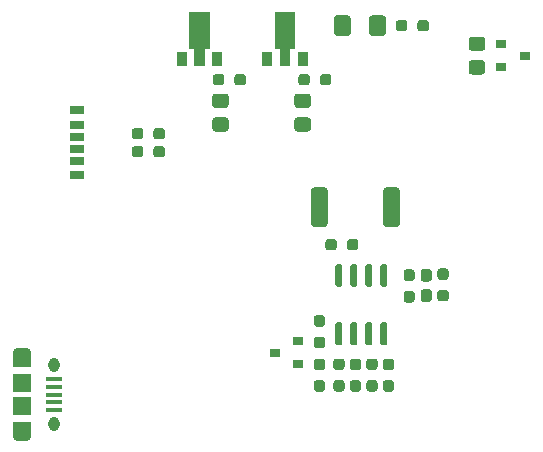
<source format=gbr>
%TF.GenerationSoftware,KiCad,Pcbnew,(5.1.9)-1*%
%TF.CreationDate,2021-04-23T16:32:12+08:00*%
%TF.ProjectId,DC-Load-Analog,44432d4c-6f61-4642-9d41-6e616c6f672e,rev?*%
%TF.SameCoordinates,Original*%
%TF.FileFunction,Paste,Top*%
%TF.FilePolarity,Positive*%
%FSLAX46Y46*%
G04 Gerber Fmt 4.6, Leading zero omitted, Abs format (unit mm)*
G04 Created by KiCad (PCBNEW (5.1.9)-1) date 2021-04-23 16:32:12*
%MOMM*%
%LPD*%
G01*
G04 APERTURE LIST*
%ADD10C,0.100000*%
%ADD11R,0.900000X1.300000*%
%ADD12R,0.900000X0.800000*%
%ADD13O,0.950000X1.250000*%
%ADD14R,1.550000X1.200000*%
%ADD15O,1.550000X0.890000*%
%ADD16R,1.550000X1.500000*%
%ADD17R,1.350000X0.400000*%
%ADD18R,1.200000X0.700000*%
%ADD19R,1.200000X0.760000*%
%ADD20R,1.200000X0.800000*%
G04 APERTURE END LIST*
%TO.C,R6*%
G36*
G01*
X148225500Y-89198000D02*
X148700500Y-89198000D01*
G75*
G02*
X148938000Y-89435500I0J-237500D01*
G01*
X148938000Y-89935500D01*
G75*
G02*
X148700500Y-90173000I-237500J0D01*
G01*
X148225500Y-90173000D01*
G75*
G02*
X147988000Y-89935500I0J237500D01*
G01*
X147988000Y-89435500D01*
G75*
G02*
X148225500Y-89198000I237500J0D01*
G01*
G37*
G36*
G01*
X148225500Y-87373000D02*
X148700500Y-87373000D01*
G75*
G02*
X148938000Y-87610500I0J-237500D01*
G01*
X148938000Y-88110500D01*
G75*
G02*
X148700500Y-88348000I-237500J0D01*
G01*
X148225500Y-88348000D01*
G75*
G02*
X147988000Y-88110500I0J237500D01*
G01*
X147988000Y-87610500D01*
G75*
G02*
X148225500Y-87373000I237500J0D01*
G01*
G37*
%TD*%
%TO.C,R1*%
G36*
G01*
X138880001Y-66148000D02*
X137979999Y-66148000D01*
G75*
G02*
X137730000Y-65898001I0J249999D01*
G01*
X137730000Y-65197999D01*
G75*
G02*
X137979999Y-64948000I249999J0D01*
G01*
X138880001Y-64948000D01*
G75*
G02*
X139130000Y-65197999I0J-249999D01*
G01*
X139130000Y-65898001D01*
G75*
G02*
X138880001Y-66148000I-249999J0D01*
G01*
G37*
G36*
G01*
X138880001Y-68148000D02*
X137979999Y-68148000D01*
G75*
G02*
X137730000Y-67898001I0J249999D01*
G01*
X137730000Y-67197999D01*
G75*
G02*
X137979999Y-66948000I249999J0D01*
G01*
X138880001Y-66948000D01*
G75*
G02*
X139130000Y-67197999I0J-249999D01*
G01*
X139130000Y-67898001D01*
G75*
G02*
X138880001Y-68148000I-249999J0D01*
G01*
G37*
%TD*%
D10*
%TO.C,U4*%
G36*
X144757500Y-58025000D02*
G01*
X144757500Y-61150000D01*
X144341000Y-61150000D01*
X144341000Y-62625000D01*
X143441000Y-62625000D01*
X143441000Y-61150000D01*
X143024500Y-61150000D01*
X143024500Y-58025000D01*
X144757500Y-58025000D01*
G37*
D11*
X145391000Y-61975000D03*
X142391000Y-61975000D03*
%TD*%
D10*
%TO.C,U3*%
G36*
X137518500Y-58025000D02*
G01*
X137518500Y-61150000D01*
X137102000Y-61150000D01*
X137102000Y-62625000D01*
X136202000Y-62625000D01*
X136202000Y-61150000D01*
X135785500Y-61150000D01*
X135785500Y-58025000D01*
X137518500Y-58025000D01*
G37*
D11*
X138152000Y-61975000D03*
X135152000Y-61975000D03*
%TD*%
D12*
%TO.C,U2*%
X143018000Y-86868000D03*
X145018000Y-85918000D03*
X145018000Y-87818000D03*
%TD*%
%TO.C,U1*%
G36*
G01*
X152123000Y-84304000D02*
X152423000Y-84304000D01*
G75*
G02*
X152573000Y-84454000I0J-150000D01*
G01*
X152573000Y-86104000D01*
G75*
G02*
X152423000Y-86254000I-150000J0D01*
G01*
X152123000Y-86254000D01*
G75*
G02*
X151973000Y-86104000I0J150000D01*
G01*
X151973000Y-84454000D01*
G75*
G02*
X152123000Y-84304000I150000J0D01*
G01*
G37*
G36*
G01*
X150853000Y-84304000D02*
X151153000Y-84304000D01*
G75*
G02*
X151303000Y-84454000I0J-150000D01*
G01*
X151303000Y-86104000D01*
G75*
G02*
X151153000Y-86254000I-150000J0D01*
G01*
X150853000Y-86254000D01*
G75*
G02*
X150703000Y-86104000I0J150000D01*
G01*
X150703000Y-84454000D01*
G75*
G02*
X150853000Y-84304000I150000J0D01*
G01*
G37*
G36*
G01*
X149583000Y-84304000D02*
X149883000Y-84304000D01*
G75*
G02*
X150033000Y-84454000I0J-150000D01*
G01*
X150033000Y-86104000D01*
G75*
G02*
X149883000Y-86254000I-150000J0D01*
G01*
X149583000Y-86254000D01*
G75*
G02*
X149433000Y-86104000I0J150000D01*
G01*
X149433000Y-84454000D01*
G75*
G02*
X149583000Y-84304000I150000J0D01*
G01*
G37*
G36*
G01*
X148313000Y-84304000D02*
X148613000Y-84304000D01*
G75*
G02*
X148763000Y-84454000I0J-150000D01*
G01*
X148763000Y-86104000D01*
G75*
G02*
X148613000Y-86254000I-150000J0D01*
G01*
X148313000Y-86254000D01*
G75*
G02*
X148163000Y-86104000I0J150000D01*
G01*
X148163000Y-84454000D01*
G75*
G02*
X148313000Y-84304000I150000J0D01*
G01*
G37*
G36*
G01*
X148313000Y-79354000D02*
X148613000Y-79354000D01*
G75*
G02*
X148763000Y-79504000I0J-150000D01*
G01*
X148763000Y-81154000D01*
G75*
G02*
X148613000Y-81304000I-150000J0D01*
G01*
X148313000Y-81304000D01*
G75*
G02*
X148163000Y-81154000I0J150000D01*
G01*
X148163000Y-79504000D01*
G75*
G02*
X148313000Y-79354000I150000J0D01*
G01*
G37*
G36*
G01*
X149583000Y-79354000D02*
X149883000Y-79354000D01*
G75*
G02*
X150033000Y-79504000I0J-150000D01*
G01*
X150033000Y-81154000D01*
G75*
G02*
X149883000Y-81304000I-150000J0D01*
G01*
X149583000Y-81304000D01*
G75*
G02*
X149433000Y-81154000I0J150000D01*
G01*
X149433000Y-79504000D01*
G75*
G02*
X149583000Y-79354000I150000J0D01*
G01*
G37*
G36*
G01*
X150853000Y-79354000D02*
X151153000Y-79354000D01*
G75*
G02*
X151303000Y-79504000I0J-150000D01*
G01*
X151303000Y-81154000D01*
G75*
G02*
X151153000Y-81304000I-150000J0D01*
G01*
X150853000Y-81304000D01*
G75*
G02*
X150703000Y-81154000I0J150000D01*
G01*
X150703000Y-79504000D01*
G75*
G02*
X150853000Y-79354000I150000J0D01*
G01*
G37*
G36*
G01*
X152123000Y-79354000D02*
X152423000Y-79354000D01*
G75*
G02*
X152573000Y-79504000I0J-150000D01*
G01*
X152573000Y-81154000D01*
G75*
G02*
X152423000Y-81304000I-150000J0D01*
G01*
X152123000Y-81304000D01*
G75*
G02*
X151973000Y-81154000I0J150000D01*
G01*
X151973000Y-79504000D01*
G75*
G02*
X152123000Y-79354000I150000J0D01*
G01*
G37*
%TD*%
%TO.C,R14*%
G36*
G01*
X131909000Y-69612500D02*
X131909000Y-70087500D01*
G75*
G02*
X131671500Y-70325000I-237500J0D01*
G01*
X131171500Y-70325000D01*
G75*
G02*
X130934000Y-70087500I0J237500D01*
G01*
X130934000Y-69612500D01*
G75*
G02*
X131171500Y-69375000I237500J0D01*
G01*
X131671500Y-69375000D01*
G75*
G02*
X131909000Y-69612500I0J-237500D01*
G01*
G37*
G36*
G01*
X133734000Y-69612500D02*
X133734000Y-70087500D01*
G75*
G02*
X133496500Y-70325000I-237500J0D01*
G01*
X132996500Y-70325000D01*
G75*
G02*
X132759000Y-70087500I0J237500D01*
G01*
X132759000Y-69612500D01*
G75*
G02*
X132996500Y-69375000I237500J0D01*
G01*
X133496500Y-69375000D01*
G75*
G02*
X133734000Y-69612500I0J-237500D01*
G01*
G37*
%TD*%
%TO.C,R13*%
G36*
G01*
X131909000Y-68088500D02*
X131909000Y-68563500D01*
G75*
G02*
X131671500Y-68801000I-237500J0D01*
G01*
X131171500Y-68801000D01*
G75*
G02*
X130934000Y-68563500I0J237500D01*
G01*
X130934000Y-68088500D01*
G75*
G02*
X131171500Y-67851000I237500J0D01*
G01*
X131671500Y-67851000D01*
G75*
G02*
X131909000Y-68088500I0J-237500D01*
G01*
G37*
G36*
G01*
X133734000Y-68088500D02*
X133734000Y-68563500D01*
G75*
G02*
X133496500Y-68801000I-237500J0D01*
G01*
X132996500Y-68801000D01*
G75*
G02*
X132759000Y-68563500I0J237500D01*
G01*
X132759000Y-68088500D01*
G75*
G02*
X132996500Y-67851000I237500J0D01*
G01*
X133496500Y-67851000D01*
G75*
G02*
X133734000Y-68088500I0J-237500D01*
G01*
G37*
%TD*%
%TO.C,R12*%
G36*
G01*
X159696999Y-62122000D02*
X160597001Y-62122000D01*
G75*
G02*
X160847000Y-62371999I0J-249999D01*
G01*
X160847000Y-63072001D01*
G75*
G02*
X160597001Y-63322000I-249999J0D01*
G01*
X159696999Y-63322000D01*
G75*
G02*
X159447000Y-63072001I0J249999D01*
G01*
X159447000Y-62371999D01*
G75*
G02*
X159696999Y-62122000I249999J0D01*
G01*
G37*
G36*
G01*
X159696999Y-60122000D02*
X160597001Y-60122000D01*
G75*
G02*
X160847000Y-60371999I0J-249999D01*
G01*
X160847000Y-61072001D01*
G75*
G02*
X160597001Y-61322000I-249999J0D01*
G01*
X159696999Y-61322000D01*
G75*
G02*
X159447000Y-61072001I0J249999D01*
G01*
X159447000Y-60371999D01*
G75*
G02*
X159696999Y-60122000I249999J0D01*
G01*
G37*
%TD*%
%TO.C,R11*%
G36*
G01*
X154261000Y-58944500D02*
X154261000Y-59419500D01*
G75*
G02*
X154023500Y-59657000I-237500J0D01*
G01*
X153523500Y-59657000D01*
G75*
G02*
X153286000Y-59419500I0J237500D01*
G01*
X153286000Y-58944500D01*
G75*
G02*
X153523500Y-58707000I237500J0D01*
G01*
X154023500Y-58707000D01*
G75*
G02*
X154261000Y-58944500I0J-237500D01*
G01*
G37*
G36*
G01*
X156086000Y-58944500D02*
X156086000Y-59419500D01*
G75*
G02*
X155848500Y-59657000I-237500J0D01*
G01*
X155348500Y-59657000D01*
G75*
G02*
X155111000Y-59419500I0J237500D01*
G01*
X155111000Y-58944500D01*
G75*
G02*
X155348500Y-58707000I237500J0D01*
G01*
X155848500Y-58707000D01*
G75*
G02*
X156086000Y-58944500I0J-237500D01*
G01*
G37*
%TD*%
%TO.C,R10*%
G36*
G01*
X152210000Y-75974001D02*
X152210000Y-73123999D01*
G75*
G02*
X152459999Y-72874000I249999J0D01*
G01*
X153360001Y-72874000D01*
G75*
G02*
X153610000Y-73123999I0J-249999D01*
G01*
X153610000Y-75974001D01*
G75*
G02*
X153360001Y-76224000I-249999J0D01*
G01*
X152459999Y-76224000D01*
G75*
G02*
X152210000Y-75974001I0J249999D01*
G01*
G37*
G36*
G01*
X146110000Y-75974001D02*
X146110000Y-73123999D01*
G75*
G02*
X146359999Y-72874000I249999J0D01*
G01*
X147260001Y-72874000D01*
G75*
G02*
X147510000Y-73123999I0J-249999D01*
G01*
X147510000Y-75974001D01*
G75*
G02*
X147260001Y-76224000I-249999J0D01*
G01*
X146359999Y-76224000D01*
G75*
G02*
X146110000Y-75974001I0J249999D01*
G01*
G37*
%TD*%
%TO.C,R9*%
G36*
G01*
X154644100Y-80804200D02*
X154169100Y-80804200D01*
G75*
G02*
X153931600Y-80566700I0J237500D01*
G01*
X153931600Y-80066700D01*
G75*
G02*
X154169100Y-79829200I237500J0D01*
G01*
X154644100Y-79829200D01*
G75*
G02*
X154881600Y-80066700I0J-237500D01*
G01*
X154881600Y-80566700D01*
G75*
G02*
X154644100Y-80804200I-237500J0D01*
G01*
G37*
G36*
G01*
X154644100Y-82629200D02*
X154169100Y-82629200D01*
G75*
G02*
X153931600Y-82391700I0J237500D01*
G01*
X153931600Y-81891700D01*
G75*
G02*
X154169100Y-81654200I237500J0D01*
G01*
X154644100Y-81654200D01*
G75*
G02*
X154881600Y-81891700I0J-237500D01*
G01*
X154881600Y-82391700D01*
G75*
G02*
X154644100Y-82629200I-237500J0D01*
G01*
G37*
%TD*%
%TO.C,R8*%
G36*
G01*
X157514300Y-80702600D02*
X157039300Y-80702600D01*
G75*
G02*
X156801800Y-80465100I0J237500D01*
G01*
X156801800Y-79965100D01*
G75*
G02*
X157039300Y-79727600I237500J0D01*
G01*
X157514300Y-79727600D01*
G75*
G02*
X157751800Y-79965100I0J-237500D01*
G01*
X157751800Y-80465100D01*
G75*
G02*
X157514300Y-80702600I-237500J0D01*
G01*
G37*
G36*
G01*
X157514300Y-82527600D02*
X157039300Y-82527600D01*
G75*
G02*
X156801800Y-82290100I0J237500D01*
G01*
X156801800Y-81790100D01*
G75*
G02*
X157039300Y-81552600I237500J0D01*
G01*
X157514300Y-81552600D01*
G75*
G02*
X157751800Y-81790100I0J-237500D01*
G01*
X157751800Y-82290100D01*
G75*
G02*
X157514300Y-82527600I-237500J0D01*
G01*
G37*
%TD*%
%TO.C,R7*%
G36*
G01*
X147049500Y-88348000D02*
X146574500Y-88348000D01*
G75*
G02*
X146337000Y-88110500I0J237500D01*
G01*
X146337000Y-87610500D01*
G75*
G02*
X146574500Y-87373000I237500J0D01*
G01*
X147049500Y-87373000D01*
G75*
G02*
X147287000Y-87610500I0J-237500D01*
G01*
X147287000Y-88110500D01*
G75*
G02*
X147049500Y-88348000I-237500J0D01*
G01*
G37*
G36*
G01*
X147049500Y-90173000D02*
X146574500Y-90173000D01*
G75*
G02*
X146337000Y-89935500I0J237500D01*
G01*
X146337000Y-89435500D01*
G75*
G02*
X146574500Y-89198000I237500J0D01*
G01*
X147049500Y-89198000D01*
G75*
G02*
X147287000Y-89435500I0J-237500D01*
G01*
X147287000Y-89935500D01*
G75*
G02*
X147049500Y-90173000I-237500J0D01*
G01*
G37*
%TD*%
%TO.C,R5*%
G36*
G01*
X151019500Y-89198000D02*
X151494500Y-89198000D01*
G75*
G02*
X151732000Y-89435500I0J-237500D01*
G01*
X151732000Y-89935500D01*
G75*
G02*
X151494500Y-90173000I-237500J0D01*
G01*
X151019500Y-90173000D01*
G75*
G02*
X150782000Y-89935500I0J237500D01*
G01*
X150782000Y-89435500D01*
G75*
G02*
X151019500Y-89198000I237500J0D01*
G01*
G37*
G36*
G01*
X151019500Y-87373000D02*
X151494500Y-87373000D01*
G75*
G02*
X151732000Y-87610500I0J-237500D01*
G01*
X151732000Y-88110500D01*
G75*
G02*
X151494500Y-88348000I-237500J0D01*
G01*
X151019500Y-88348000D01*
G75*
G02*
X150782000Y-88110500I0J237500D01*
G01*
X150782000Y-87610500D01*
G75*
G02*
X151019500Y-87373000I237500J0D01*
G01*
G37*
%TD*%
%TO.C,R4*%
G36*
G01*
X149622500Y-89198000D02*
X150097500Y-89198000D01*
G75*
G02*
X150335000Y-89435500I0J-237500D01*
G01*
X150335000Y-89935500D01*
G75*
G02*
X150097500Y-90173000I-237500J0D01*
G01*
X149622500Y-90173000D01*
G75*
G02*
X149385000Y-89935500I0J237500D01*
G01*
X149385000Y-89435500D01*
G75*
G02*
X149622500Y-89198000I237500J0D01*
G01*
G37*
G36*
G01*
X149622500Y-87373000D02*
X150097500Y-87373000D01*
G75*
G02*
X150335000Y-87610500I0J-237500D01*
G01*
X150335000Y-88110500D01*
G75*
G02*
X150097500Y-88348000I-237500J0D01*
G01*
X149622500Y-88348000D01*
G75*
G02*
X149385000Y-88110500I0J237500D01*
G01*
X149385000Y-87610500D01*
G75*
G02*
X149622500Y-87373000I237500J0D01*
G01*
G37*
%TD*%
%TO.C,R3*%
G36*
G01*
X147049500Y-84665000D02*
X146574500Y-84665000D01*
G75*
G02*
X146337000Y-84427500I0J237500D01*
G01*
X146337000Y-83927500D01*
G75*
G02*
X146574500Y-83690000I237500J0D01*
G01*
X147049500Y-83690000D01*
G75*
G02*
X147287000Y-83927500I0J-237500D01*
G01*
X147287000Y-84427500D01*
G75*
G02*
X147049500Y-84665000I-237500J0D01*
G01*
G37*
G36*
G01*
X147049500Y-86490000D02*
X146574500Y-86490000D01*
G75*
G02*
X146337000Y-86252500I0J237500D01*
G01*
X146337000Y-85752500D01*
G75*
G02*
X146574500Y-85515000I237500J0D01*
G01*
X147049500Y-85515000D01*
G75*
G02*
X147287000Y-85752500I0J-237500D01*
G01*
X147287000Y-86252500D01*
G75*
G02*
X147049500Y-86490000I-237500J0D01*
G01*
G37*
%TD*%
%TO.C,R2*%
G36*
G01*
X145839601Y-66148000D02*
X144939599Y-66148000D01*
G75*
G02*
X144689600Y-65898001I0J249999D01*
G01*
X144689600Y-65197999D01*
G75*
G02*
X144939599Y-64948000I249999J0D01*
G01*
X145839601Y-64948000D01*
G75*
G02*
X146089600Y-65197999I0J-249999D01*
G01*
X146089600Y-65898001D01*
G75*
G02*
X145839601Y-66148000I-249999J0D01*
G01*
G37*
G36*
G01*
X145839601Y-68148000D02*
X144939599Y-68148000D01*
G75*
G02*
X144689600Y-67898001I0J249999D01*
G01*
X144689600Y-67197999D01*
G75*
G02*
X144939599Y-66948000I249999J0D01*
G01*
X145839601Y-66948000D01*
G75*
G02*
X146089600Y-67197999I0J-249999D01*
G01*
X146089600Y-67898001D01*
G75*
G02*
X145839601Y-68148000I-249999J0D01*
G01*
G37*
%TD*%
%TO.C,Q1*%
X164195000Y-61722000D03*
X162195000Y-62672000D03*
X162195000Y-60772000D03*
%TD*%
D13*
%TO.C,J3*%
X124336000Y-92924000D03*
X124336000Y-87924000D03*
D14*
X121636000Y-93324000D03*
X121636000Y-87524000D03*
D15*
X121636000Y-93924000D03*
D16*
X121636000Y-91424000D03*
X121636000Y-89424000D03*
D15*
X121636000Y-86924000D03*
D17*
X124336000Y-91724000D03*
X124336000Y-91074000D03*
X124336000Y-90424000D03*
X124336000Y-89774000D03*
X124336000Y-89124000D03*
%TD*%
D18*
%TO.C,J2*%
X126318000Y-69588000D03*
X126318000Y-68588000D03*
D19*
X126318000Y-70608000D03*
X126318000Y-67568000D03*
D20*
X126318000Y-71838000D03*
X126318000Y-66338000D03*
%TD*%
%TO.C,D1*%
G36*
G01*
X151015999Y-59807000D02*
X151015999Y-58557000D01*
G75*
G02*
X151265999Y-58307000I250000J0D01*
G01*
X152190999Y-58307000D01*
G75*
G02*
X152440999Y-58557000I0J-250000D01*
G01*
X152440999Y-59807000D01*
G75*
G02*
X152190999Y-60057000I-250000J0D01*
G01*
X151265999Y-60057000D01*
G75*
G02*
X151015999Y-59807000I0J250000D01*
G01*
G37*
G36*
G01*
X148040999Y-59807000D02*
X148040999Y-58557000D01*
G75*
G02*
X148290999Y-58307000I250000J0D01*
G01*
X149215999Y-58307000D01*
G75*
G02*
X149465999Y-58557000I0J-250000D01*
G01*
X149465999Y-59807000D01*
G75*
G02*
X149215999Y-60057000I-250000J0D01*
G01*
X148290999Y-60057000D01*
G75*
G02*
X148040999Y-59807000I0J250000D01*
G01*
G37*
%TD*%
%TO.C,C7*%
G36*
G01*
X152416500Y-89198000D02*
X152891500Y-89198000D01*
G75*
G02*
X153129000Y-89435500I0J-237500D01*
G01*
X153129000Y-89935500D01*
G75*
G02*
X152891500Y-90173000I-237500J0D01*
G01*
X152416500Y-90173000D01*
G75*
G02*
X152179000Y-89935500I0J237500D01*
G01*
X152179000Y-89435500D01*
G75*
G02*
X152416500Y-89198000I237500J0D01*
G01*
G37*
G36*
G01*
X152416500Y-87373000D02*
X152891500Y-87373000D01*
G75*
G02*
X153129000Y-87610500I0J-237500D01*
G01*
X153129000Y-88110500D01*
G75*
G02*
X152891500Y-88348000I-237500J0D01*
G01*
X152416500Y-88348000D01*
G75*
G02*
X152179000Y-88110500I0J237500D01*
G01*
X152179000Y-87610500D01*
G75*
G02*
X152416500Y-87373000I237500J0D01*
G01*
G37*
%TD*%
%TO.C,C6*%
G36*
G01*
X155616900Y-81503400D02*
X156091900Y-81503400D01*
G75*
G02*
X156329400Y-81740900I0J-237500D01*
G01*
X156329400Y-82340900D01*
G75*
G02*
X156091900Y-82578400I-237500J0D01*
G01*
X155616900Y-82578400D01*
G75*
G02*
X155379400Y-82340900I0J237500D01*
G01*
X155379400Y-81740900D01*
G75*
G02*
X155616900Y-81503400I237500J0D01*
G01*
G37*
G36*
G01*
X155616900Y-79778400D02*
X156091900Y-79778400D01*
G75*
G02*
X156329400Y-80015900I0J-237500D01*
G01*
X156329400Y-80615900D01*
G75*
G02*
X156091900Y-80853400I-237500J0D01*
G01*
X155616900Y-80853400D01*
G75*
G02*
X155379400Y-80615900I0J237500D01*
G01*
X155379400Y-80015900D01*
G75*
G02*
X155616900Y-79778400I237500J0D01*
G01*
G37*
%TD*%
%TO.C,C5*%
G36*
G01*
X148292000Y-77486500D02*
X148292000Y-77961500D01*
G75*
G02*
X148054500Y-78199000I-237500J0D01*
G01*
X147554500Y-78199000D01*
G75*
G02*
X147317000Y-77961500I0J237500D01*
G01*
X147317000Y-77486500D01*
G75*
G02*
X147554500Y-77249000I237500J0D01*
G01*
X148054500Y-77249000D01*
G75*
G02*
X148292000Y-77486500I0J-237500D01*
G01*
G37*
G36*
G01*
X150117000Y-77486500D02*
X150117000Y-77961500D01*
G75*
G02*
X149879500Y-78199000I-237500J0D01*
G01*
X149379500Y-78199000D01*
G75*
G02*
X149142000Y-77961500I0J237500D01*
G01*
X149142000Y-77486500D01*
G75*
G02*
X149379500Y-77249000I237500J0D01*
G01*
X149879500Y-77249000D01*
G75*
G02*
X150117000Y-77486500I0J-237500D01*
G01*
G37*
%TD*%
%TO.C,C4*%
G36*
G01*
X146856000Y-63991500D02*
X146856000Y-63516500D01*
G75*
G02*
X147093500Y-63279000I237500J0D01*
G01*
X147593500Y-63279000D01*
G75*
G02*
X147831000Y-63516500I0J-237500D01*
G01*
X147831000Y-63991500D01*
G75*
G02*
X147593500Y-64229000I-237500J0D01*
G01*
X147093500Y-64229000D01*
G75*
G02*
X146856000Y-63991500I0J237500D01*
G01*
G37*
G36*
G01*
X145031000Y-63991500D02*
X145031000Y-63516500D01*
G75*
G02*
X145268500Y-63279000I237500J0D01*
G01*
X145768500Y-63279000D01*
G75*
G02*
X146006000Y-63516500I0J-237500D01*
G01*
X146006000Y-63991500D01*
G75*
G02*
X145768500Y-64229000I-237500J0D01*
G01*
X145268500Y-64229000D01*
G75*
G02*
X145031000Y-63991500I0J237500D01*
G01*
G37*
%TD*%
%TO.C,C2*%
G36*
G01*
X139617000Y-63991500D02*
X139617000Y-63516500D01*
G75*
G02*
X139854500Y-63279000I237500J0D01*
G01*
X140354500Y-63279000D01*
G75*
G02*
X140592000Y-63516500I0J-237500D01*
G01*
X140592000Y-63991500D01*
G75*
G02*
X140354500Y-64229000I-237500J0D01*
G01*
X139854500Y-64229000D01*
G75*
G02*
X139617000Y-63991500I0J237500D01*
G01*
G37*
G36*
G01*
X137792000Y-63991500D02*
X137792000Y-63516500D01*
G75*
G02*
X138029500Y-63279000I237500J0D01*
G01*
X138529500Y-63279000D01*
G75*
G02*
X138767000Y-63516500I0J-237500D01*
G01*
X138767000Y-63991500D01*
G75*
G02*
X138529500Y-64229000I-237500J0D01*
G01*
X138029500Y-64229000D01*
G75*
G02*
X137792000Y-63991500I0J237500D01*
G01*
G37*
%TD*%
M02*

</source>
